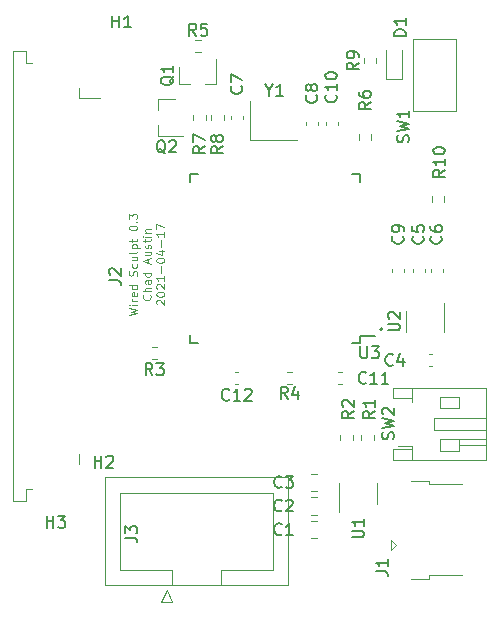
<source format=gbr>
G04 #@! TF.GenerationSoftware,KiCad,Pcbnew,(5.1.8)-1*
G04 #@! TF.CreationDate,2021-04-18T18:01:33-07:00*
G04 #@! TF.ProjectId,wired-sculpt,77697265-642d-4736-9375-6c70742e6b69,rev?*
G04 #@! TF.SameCoordinates,Original*
G04 #@! TF.FileFunction,Legend,Top*
G04 #@! TF.FilePolarity,Positive*
%FSLAX46Y46*%
G04 Gerber Fmt 4.6, Leading zero omitted, Abs format (unit mm)*
G04 Created by KiCad (PCBNEW (5.1.8)-1) date 2021-04-18 18:01:33*
%MOMM*%
%LPD*%
G01*
G04 APERTURE LIST*
%ADD10C,0.200000*%
%ADD11C,0.100000*%
%ADD12C,0.120000*%
%ADD13C,0.150000*%
G04 APERTURE END LIST*
D10*
X153100000Y-58000000D02*
G75*
G03*
X153100000Y-58000000I-100000J0D01*
G01*
D11*
X131643666Y-56820666D02*
X132343666Y-56654000D01*
X131843666Y-56520666D01*
X132343666Y-56387333D01*
X131643666Y-56220666D01*
X132343666Y-55954000D02*
X131877000Y-55954000D01*
X131643666Y-55954000D02*
X131677000Y-55987333D01*
X131710333Y-55954000D01*
X131677000Y-55920666D01*
X131643666Y-55954000D01*
X131710333Y-55954000D01*
X132343666Y-55620666D02*
X131877000Y-55620666D01*
X132010333Y-55620666D02*
X131943666Y-55587333D01*
X131910333Y-55554000D01*
X131877000Y-55487333D01*
X131877000Y-55420666D01*
X132310333Y-54920666D02*
X132343666Y-54987333D01*
X132343666Y-55120666D01*
X132310333Y-55187333D01*
X132243666Y-55220666D01*
X131977000Y-55220666D01*
X131910333Y-55187333D01*
X131877000Y-55120666D01*
X131877000Y-54987333D01*
X131910333Y-54920666D01*
X131977000Y-54887333D01*
X132043666Y-54887333D01*
X132110333Y-55220666D01*
X132343666Y-54287333D02*
X131643666Y-54287333D01*
X132310333Y-54287333D02*
X132343666Y-54354000D01*
X132343666Y-54487333D01*
X132310333Y-54554000D01*
X132277000Y-54587333D01*
X132210333Y-54620666D01*
X132010333Y-54620666D01*
X131943666Y-54587333D01*
X131910333Y-54554000D01*
X131877000Y-54487333D01*
X131877000Y-54354000D01*
X131910333Y-54287333D01*
X132310333Y-53454000D02*
X132343666Y-53354000D01*
X132343666Y-53187333D01*
X132310333Y-53120666D01*
X132277000Y-53087333D01*
X132210333Y-53054000D01*
X132143666Y-53054000D01*
X132077000Y-53087333D01*
X132043666Y-53120666D01*
X132010333Y-53187333D01*
X131977000Y-53320666D01*
X131943666Y-53387333D01*
X131910333Y-53420666D01*
X131843666Y-53454000D01*
X131777000Y-53454000D01*
X131710333Y-53420666D01*
X131677000Y-53387333D01*
X131643666Y-53320666D01*
X131643666Y-53154000D01*
X131677000Y-53054000D01*
X132310333Y-52454000D02*
X132343666Y-52520666D01*
X132343666Y-52654000D01*
X132310333Y-52720666D01*
X132277000Y-52754000D01*
X132210333Y-52787333D01*
X132010333Y-52787333D01*
X131943666Y-52754000D01*
X131910333Y-52720666D01*
X131877000Y-52654000D01*
X131877000Y-52520666D01*
X131910333Y-52454000D01*
X131877000Y-51854000D02*
X132343666Y-51854000D01*
X131877000Y-52154000D02*
X132243666Y-52154000D01*
X132310333Y-52120666D01*
X132343666Y-52054000D01*
X132343666Y-51954000D01*
X132310333Y-51887333D01*
X132277000Y-51854000D01*
X132343666Y-51420666D02*
X132310333Y-51487333D01*
X132243666Y-51520666D01*
X131643666Y-51520666D01*
X131877000Y-51154000D02*
X132577000Y-51154000D01*
X131910333Y-51154000D02*
X131877000Y-51087333D01*
X131877000Y-50954000D01*
X131910333Y-50887333D01*
X131943666Y-50854000D01*
X132010333Y-50820666D01*
X132210333Y-50820666D01*
X132277000Y-50854000D01*
X132310333Y-50887333D01*
X132343666Y-50954000D01*
X132343666Y-51087333D01*
X132310333Y-51154000D01*
X131877000Y-50620666D02*
X131877000Y-50354000D01*
X131643666Y-50520666D02*
X132243666Y-50520666D01*
X132310333Y-50487333D01*
X132343666Y-50420666D01*
X132343666Y-50354000D01*
X131643666Y-49454000D02*
X131643666Y-49387333D01*
X131677000Y-49320666D01*
X131710333Y-49287333D01*
X131777000Y-49254000D01*
X131910333Y-49220666D01*
X132077000Y-49220666D01*
X132210333Y-49254000D01*
X132277000Y-49287333D01*
X132310333Y-49320666D01*
X132343666Y-49387333D01*
X132343666Y-49454000D01*
X132310333Y-49520666D01*
X132277000Y-49554000D01*
X132210333Y-49587333D01*
X132077000Y-49620666D01*
X131910333Y-49620666D01*
X131777000Y-49587333D01*
X131710333Y-49554000D01*
X131677000Y-49520666D01*
X131643666Y-49454000D01*
X132277000Y-48920666D02*
X132310333Y-48887333D01*
X132343666Y-48920666D01*
X132310333Y-48954000D01*
X132277000Y-48920666D01*
X132343666Y-48920666D01*
X131643666Y-48654000D02*
X131643666Y-48220666D01*
X131910333Y-48454000D01*
X131910333Y-48354000D01*
X131943666Y-48287333D01*
X131977000Y-48254000D01*
X132043666Y-48220666D01*
X132210333Y-48220666D01*
X132277000Y-48254000D01*
X132310333Y-48287333D01*
X132343666Y-48354000D01*
X132343666Y-48554000D01*
X132310333Y-48620666D01*
X132277000Y-48654000D01*
X133427000Y-55087333D02*
X133460333Y-55120666D01*
X133493666Y-55220666D01*
X133493666Y-55287333D01*
X133460333Y-55387333D01*
X133393666Y-55454000D01*
X133327000Y-55487333D01*
X133193666Y-55520666D01*
X133093666Y-55520666D01*
X132960333Y-55487333D01*
X132893666Y-55454000D01*
X132827000Y-55387333D01*
X132793666Y-55287333D01*
X132793666Y-55220666D01*
X132827000Y-55120666D01*
X132860333Y-55087333D01*
X133493666Y-54787333D02*
X132793666Y-54787333D01*
X133493666Y-54487333D02*
X133127000Y-54487333D01*
X133060333Y-54520666D01*
X133027000Y-54587333D01*
X133027000Y-54687333D01*
X133060333Y-54754000D01*
X133093666Y-54787333D01*
X133493666Y-53854000D02*
X133127000Y-53854000D01*
X133060333Y-53887333D01*
X133027000Y-53954000D01*
X133027000Y-54087333D01*
X133060333Y-54154000D01*
X133460333Y-53854000D02*
X133493666Y-53920666D01*
X133493666Y-54087333D01*
X133460333Y-54154000D01*
X133393666Y-54187333D01*
X133327000Y-54187333D01*
X133260333Y-54154000D01*
X133227000Y-54087333D01*
X133227000Y-53920666D01*
X133193666Y-53854000D01*
X133493666Y-53220666D02*
X132793666Y-53220666D01*
X133460333Y-53220666D02*
X133493666Y-53287333D01*
X133493666Y-53420666D01*
X133460333Y-53487333D01*
X133427000Y-53520666D01*
X133360333Y-53554000D01*
X133160333Y-53554000D01*
X133093666Y-53520666D01*
X133060333Y-53487333D01*
X133027000Y-53420666D01*
X133027000Y-53287333D01*
X133060333Y-53220666D01*
X133293666Y-52387333D02*
X133293666Y-52054000D01*
X133493666Y-52454000D02*
X132793666Y-52220666D01*
X133493666Y-51987333D01*
X133027000Y-51454000D02*
X133493666Y-51454000D01*
X133027000Y-51754000D02*
X133393666Y-51754000D01*
X133460333Y-51720666D01*
X133493666Y-51654000D01*
X133493666Y-51554000D01*
X133460333Y-51487333D01*
X133427000Y-51454000D01*
X133460333Y-51154000D02*
X133493666Y-51087333D01*
X133493666Y-50954000D01*
X133460333Y-50887333D01*
X133393666Y-50854000D01*
X133360333Y-50854000D01*
X133293666Y-50887333D01*
X133260333Y-50954000D01*
X133260333Y-51054000D01*
X133227000Y-51120666D01*
X133160333Y-51154000D01*
X133127000Y-51154000D01*
X133060333Y-51120666D01*
X133027000Y-51054000D01*
X133027000Y-50954000D01*
X133060333Y-50887333D01*
X133027000Y-50654000D02*
X133027000Y-50387333D01*
X132793666Y-50554000D02*
X133393666Y-50554000D01*
X133460333Y-50520666D01*
X133493666Y-50454000D01*
X133493666Y-50387333D01*
X133493666Y-50154000D02*
X133027000Y-50154000D01*
X132793666Y-50154000D02*
X132827000Y-50187333D01*
X132860333Y-50154000D01*
X132827000Y-50120666D01*
X132793666Y-50154000D01*
X132860333Y-50154000D01*
X133027000Y-49820666D02*
X133493666Y-49820666D01*
X133093666Y-49820666D02*
X133060333Y-49787333D01*
X133027000Y-49720666D01*
X133027000Y-49620666D01*
X133060333Y-49554000D01*
X133127000Y-49520666D01*
X133493666Y-49520666D01*
X134010333Y-55904000D02*
X133977000Y-55870666D01*
X133943666Y-55804000D01*
X133943666Y-55637333D01*
X133977000Y-55570666D01*
X134010333Y-55537333D01*
X134077000Y-55504000D01*
X134143666Y-55504000D01*
X134243666Y-55537333D01*
X134643666Y-55937333D01*
X134643666Y-55504000D01*
X133943666Y-55070666D02*
X133943666Y-55004000D01*
X133977000Y-54937333D01*
X134010333Y-54904000D01*
X134077000Y-54870666D01*
X134210333Y-54837333D01*
X134377000Y-54837333D01*
X134510333Y-54870666D01*
X134577000Y-54904000D01*
X134610333Y-54937333D01*
X134643666Y-55004000D01*
X134643666Y-55070666D01*
X134610333Y-55137333D01*
X134577000Y-55170666D01*
X134510333Y-55204000D01*
X134377000Y-55237333D01*
X134210333Y-55237333D01*
X134077000Y-55204000D01*
X134010333Y-55170666D01*
X133977000Y-55137333D01*
X133943666Y-55070666D01*
X134010333Y-54570666D02*
X133977000Y-54537333D01*
X133943666Y-54470666D01*
X133943666Y-54304000D01*
X133977000Y-54237333D01*
X134010333Y-54204000D01*
X134077000Y-54170666D01*
X134143666Y-54170666D01*
X134243666Y-54204000D01*
X134643666Y-54604000D01*
X134643666Y-54170666D01*
X134643666Y-53504000D02*
X134643666Y-53904000D01*
X134643666Y-53704000D02*
X133943666Y-53704000D01*
X134043666Y-53770666D01*
X134110333Y-53837333D01*
X134143666Y-53904000D01*
X134377000Y-53204000D02*
X134377000Y-52670666D01*
X133943666Y-52204000D02*
X133943666Y-52137333D01*
X133977000Y-52070666D01*
X134010333Y-52037333D01*
X134077000Y-52004000D01*
X134210333Y-51970666D01*
X134377000Y-51970666D01*
X134510333Y-52004000D01*
X134577000Y-52037333D01*
X134610333Y-52070666D01*
X134643666Y-52137333D01*
X134643666Y-52204000D01*
X134610333Y-52270666D01*
X134577000Y-52304000D01*
X134510333Y-52337333D01*
X134377000Y-52370666D01*
X134210333Y-52370666D01*
X134077000Y-52337333D01*
X134010333Y-52304000D01*
X133977000Y-52270666D01*
X133943666Y-52204000D01*
X134177000Y-51370666D02*
X134643666Y-51370666D01*
X133910333Y-51537333D02*
X134410333Y-51704000D01*
X134410333Y-51270666D01*
X134377000Y-51004000D02*
X134377000Y-50470666D01*
X134643666Y-49770666D02*
X134643666Y-50170666D01*
X134643666Y-49970666D02*
X133943666Y-49970666D01*
X134043666Y-50037333D01*
X134110333Y-50104000D01*
X134143666Y-50170666D01*
X133943666Y-49537333D02*
X133943666Y-49070666D01*
X134643666Y-49370666D01*
D12*
G04 #@! TO.C,J3*
X135328000Y-81060000D02*
X134828000Y-80060000D01*
X134328000Y-81060000D02*
X135328000Y-81060000D01*
X134828000Y-80060000D02*
X134328000Y-81060000D01*
X139418000Y-78360000D02*
X139418000Y-79670000D01*
X139418000Y-78360000D02*
X139418000Y-78360000D01*
X143818000Y-78360000D02*
X139418000Y-78360000D01*
X143818000Y-71860000D02*
X143818000Y-78360000D01*
X130918000Y-71860000D02*
X143818000Y-71860000D01*
X130918000Y-78360000D02*
X130918000Y-71860000D01*
X135318000Y-78360000D02*
X130918000Y-78360000D01*
X135318000Y-79670000D02*
X135318000Y-78360000D01*
X145118000Y-79670000D02*
X129618000Y-79670000D01*
X145118000Y-70550000D02*
X145118000Y-79670000D01*
X129618000Y-70550000D02*
X145118000Y-70550000D01*
X129618000Y-79670000D02*
X129618000Y-70550000D01*
G04 #@! TO.C,C8*
X147657000Y-40438420D02*
X147657000Y-40719580D01*
X146637000Y-40438420D02*
X146637000Y-40719580D01*
G04 #@! TO.C,C12*
X140910580Y-62666000D02*
X140629420Y-62666000D01*
X140910580Y-61646000D02*
X140629420Y-61646000D01*
G04 #@! TO.C,R9*
X151544500Y-35494258D02*
X151544500Y-35019742D01*
X152589500Y-35494258D02*
X152589500Y-35019742D01*
G04 #@! TO.C,C3*
X147046748Y-70234000D02*
X147569252Y-70234000D01*
X147046748Y-71704000D02*
X147569252Y-71704000D01*
G04 #@! TO.C,U1*
X152610000Y-72800000D02*
X152610000Y-71000000D01*
X149390000Y-71000000D02*
X149390000Y-73450000D01*
D13*
G04 #@! TO.C,U3*
X151175000Y-59175000D02*
X151175000Y-58600000D01*
X136825000Y-59175000D02*
X136825000Y-58500000D01*
X136825000Y-44825000D02*
X136825000Y-45500000D01*
X151175000Y-44825000D02*
X151175000Y-45500000D01*
X151175000Y-59175000D02*
X150500000Y-59175000D01*
X151175000Y-44825000D02*
X150500000Y-44825000D01*
X136825000Y-44825000D02*
X137500000Y-44825000D01*
X136825000Y-59175000D02*
X137500000Y-59175000D01*
X151175000Y-58600000D02*
X152450000Y-58600000D01*
D12*
G04 #@! TO.C,R1*
X152368500Y-66935742D02*
X152368500Y-67410258D01*
X151323500Y-66935742D02*
X151323500Y-67410258D01*
G04 #@! TO.C,J2*
X127410000Y-68565000D02*
X127410000Y-69390000D01*
X127410000Y-38435000D02*
X129210000Y-38435000D01*
X127410000Y-37610000D02*
X127410000Y-38435000D01*
X122900000Y-35455000D02*
X123440000Y-35455000D01*
X122900000Y-34430000D02*
X122900000Y-35455000D01*
X121790000Y-34430000D02*
X122900000Y-34430000D01*
X121790000Y-72570000D02*
X121790000Y-34430000D01*
X122900000Y-72570000D02*
X121790000Y-72570000D01*
X122900000Y-71545000D02*
X122900000Y-72570000D01*
X123440000Y-71545000D02*
X122900000Y-71545000D01*
G04 #@! TO.C,C7*
X141307000Y-40211580D02*
X141307000Y-39930420D01*
X140287000Y-40211580D02*
X140287000Y-39930420D01*
G04 #@! TO.C,C9*
X154896000Y-52871420D02*
X154896000Y-53152580D01*
X153876000Y-52871420D02*
X153876000Y-53152580D01*
G04 #@! TO.C,D1*
X153382000Y-34344500D02*
X153382000Y-36829500D01*
X153382000Y-36829500D02*
X154752000Y-36829500D01*
X154752000Y-36829500D02*
X154752000Y-34344500D01*
G04 #@! TO.C,J1*
X157050000Y-79110000D02*
X155500000Y-79110000D01*
X157050000Y-79110000D02*
X157050000Y-78810000D01*
X159850000Y-78810000D02*
X157050000Y-78810000D01*
X157050000Y-70810000D02*
X155500000Y-70810000D01*
X157050000Y-71110000D02*
X157050000Y-70810000D01*
X159850000Y-71110000D02*
X157050000Y-71110000D01*
X153800000Y-75860000D02*
X154250000Y-76260000D01*
X153800000Y-76660000D02*
X153800000Y-75860000D01*
X154250000Y-76260000D02*
X153800000Y-76660000D01*
G04 #@! TO.C,R2*
X149545500Y-66935742D02*
X149545500Y-67410258D01*
X150590500Y-66935742D02*
X150590500Y-67410258D01*
G04 #@! TO.C,SW1*
X159310000Y-33440000D02*
X159310000Y-39560000D01*
X159310000Y-39560000D02*
X155690000Y-39560000D01*
X155690000Y-39560000D02*
X155690000Y-33440000D01*
X155690000Y-33440000D02*
X159310000Y-33440000D01*
G04 #@! TO.C,Y1*
X141908500Y-38662000D02*
X141908500Y-41962000D01*
X141908500Y-41962000D02*
X145908500Y-41962000D01*
G04 #@! TO.C,R3*
X134037258Y-59477500D02*
X133562742Y-59477500D01*
X134037258Y-60522500D02*
X133562742Y-60522500D01*
G04 #@! TO.C,R10*
X158322500Y-47212258D02*
X158322500Y-46737742D01*
X157277500Y-47212258D02*
X157277500Y-46737742D01*
G04 #@! TO.C,C1*
X147046748Y-74234000D02*
X147569252Y-74234000D01*
X147046748Y-75704000D02*
X147569252Y-75704000D01*
G04 #@! TO.C,C2*
X147046748Y-73704000D02*
X147569252Y-73704000D01*
X147046748Y-72234000D02*
X147569252Y-72234000D01*
G04 #@! TO.C,R4*
X145479258Y-62678500D02*
X145004742Y-62678500D01*
X145479258Y-61633500D02*
X145004742Y-61633500D01*
G04 #@! TO.C,SW2*
X155640000Y-67860000D02*
X155640000Y-68140000D01*
X155640000Y-68140000D02*
X154040000Y-68140000D01*
X154040000Y-68140000D02*
X154040000Y-69060000D01*
X154040000Y-69060000D02*
X161860000Y-69060000D01*
X161860000Y-69060000D02*
X161860000Y-62940000D01*
X161860000Y-62940000D02*
X154040000Y-62940000D01*
X154040000Y-62940000D02*
X154040000Y-63860000D01*
X154040000Y-63860000D02*
X155640000Y-63860000D01*
X155640000Y-63860000D02*
X155640000Y-64140000D01*
X161860000Y-66500000D02*
X157500000Y-66500000D01*
X157500000Y-66500000D02*
X157500000Y-65500000D01*
X157500000Y-65500000D02*
X161860000Y-65500000D01*
X155640000Y-69060000D02*
X155640000Y-68140000D01*
X155640000Y-62940000D02*
X155640000Y-63860000D01*
X158000000Y-68300000D02*
X159600000Y-68300000D01*
X159600000Y-68300000D02*
X159600000Y-67300000D01*
X159600000Y-67300000D02*
X158000000Y-67300000D01*
X158000000Y-67300000D02*
X158000000Y-68300000D01*
X158000000Y-63700000D02*
X159600000Y-63700000D01*
X159600000Y-63700000D02*
X159600000Y-64700000D01*
X159600000Y-64700000D02*
X158000000Y-64700000D01*
X158000000Y-64700000D02*
X158000000Y-63700000D01*
X159600000Y-67300000D02*
X161860000Y-67300000D01*
X159600000Y-67800000D02*
X161860000Y-67800000D01*
X155640000Y-67860000D02*
X154425000Y-67860000D01*
G04 #@! TO.C,C11*
X149379420Y-62666000D02*
X149660580Y-62666000D01*
X149379420Y-61646000D02*
X149660580Y-61646000D01*
G04 #@! TO.C,C10*
X148288000Y-40719580D02*
X148288000Y-40438420D01*
X149308000Y-40719580D02*
X149308000Y-40438420D01*
G04 #@! TO.C,C4*
X157039420Y-60122000D02*
X157320580Y-60122000D01*
X157039420Y-61142000D02*
X157320580Y-61142000D01*
G04 #@! TO.C,C5*
X156674000Y-53152580D02*
X156674000Y-52871420D01*
X155654000Y-53152580D02*
X155654000Y-52871420D01*
G04 #@! TO.C,C6*
X157178000Y-53152580D02*
X157178000Y-52871420D01*
X158198000Y-53152580D02*
X158198000Y-52871420D01*
G04 #@! TO.C,U2*
X155062000Y-56430000D02*
X155062000Y-58230000D01*
X158282000Y-58230000D02*
X158282000Y-55780000D01*
G04 #@! TO.C,Q1*
X135854000Y-37246000D02*
X136784000Y-37246000D01*
X139014000Y-37246000D02*
X138084000Y-37246000D01*
X139014000Y-37246000D02*
X139014000Y-35086000D01*
X135854000Y-37246000D02*
X135854000Y-35786000D01*
G04 #@! TO.C,Q2*
X134068000Y-38478000D02*
X135528000Y-38478000D01*
X134068000Y-41638000D02*
X136228000Y-41638000D01*
X134068000Y-41638000D02*
X134068000Y-40708000D01*
X134068000Y-38478000D02*
X134068000Y-39408000D01*
G04 #@! TO.C,R5*
X137732758Y-33503000D02*
X137258242Y-33503000D01*
X137732758Y-34548000D02*
X137258242Y-34548000D01*
G04 #@! TO.C,R6*
X152178000Y-41471242D02*
X152178000Y-41945758D01*
X151133000Y-41471242D02*
X151133000Y-41945758D01*
G04 #@! TO.C,R7*
X138144500Y-40295258D02*
X138144500Y-39820742D01*
X137099500Y-40295258D02*
X137099500Y-39820742D01*
G04 #@! TO.C,R8*
X138623500Y-40295258D02*
X138623500Y-39820742D01*
X139668500Y-40295258D02*
X139668500Y-39820742D01*
G04 #@! TO.C,J3*
D13*
X131330380Y-75663333D02*
X132044666Y-75663333D01*
X132187523Y-75710952D01*
X132282761Y-75806190D01*
X132330380Y-75949047D01*
X132330380Y-76044285D01*
X131330380Y-75282380D02*
X131330380Y-74663333D01*
X131711333Y-74996666D01*
X131711333Y-74853809D01*
X131758952Y-74758571D01*
X131806571Y-74710952D01*
X131901809Y-74663333D01*
X132139904Y-74663333D01*
X132235142Y-74710952D01*
X132282761Y-74758571D01*
X132330380Y-74853809D01*
X132330380Y-75139523D01*
X132282761Y-75234761D01*
X132235142Y-75282380D01*
G04 #@! TO.C,C8*
X147504142Y-38192666D02*
X147551761Y-38240285D01*
X147599380Y-38383142D01*
X147599380Y-38478380D01*
X147551761Y-38621238D01*
X147456523Y-38716476D01*
X147361285Y-38764095D01*
X147170809Y-38811714D01*
X147027952Y-38811714D01*
X146837476Y-38764095D01*
X146742238Y-38716476D01*
X146647000Y-38621238D01*
X146599380Y-38478380D01*
X146599380Y-38383142D01*
X146647000Y-38240285D01*
X146694619Y-38192666D01*
X147027952Y-37621238D02*
X146980333Y-37716476D01*
X146932714Y-37764095D01*
X146837476Y-37811714D01*
X146789857Y-37811714D01*
X146694619Y-37764095D01*
X146647000Y-37716476D01*
X146599380Y-37621238D01*
X146599380Y-37430761D01*
X146647000Y-37335523D01*
X146694619Y-37287904D01*
X146789857Y-37240285D01*
X146837476Y-37240285D01*
X146932714Y-37287904D01*
X146980333Y-37335523D01*
X147027952Y-37430761D01*
X147027952Y-37621238D01*
X147075571Y-37716476D01*
X147123190Y-37764095D01*
X147218428Y-37811714D01*
X147408904Y-37811714D01*
X147504142Y-37764095D01*
X147551761Y-37716476D01*
X147599380Y-37621238D01*
X147599380Y-37430761D01*
X147551761Y-37335523D01*
X147504142Y-37287904D01*
X147408904Y-37240285D01*
X147218428Y-37240285D01*
X147123190Y-37287904D01*
X147075571Y-37335523D01*
X147027952Y-37430761D01*
G04 #@! TO.C,C12*
X140127142Y-63943142D02*
X140079523Y-63990761D01*
X139936666Y-64038380D01*
X139841428Y-64038380D01*
X139698571Y-63990761D01*
X139603333Y-63895523D01*
X139555714Y-63800285D01*
X139508095Y-63609809D01*
X139508095Y-63466952D01*
X139555714Y-63276476D01*
X139603333Y-63181238D01*
X139698571Y-63086000D01*
X139841428Y-63038380D01*
X139936666Y-63038380D01*
X140079523Y-63086000D01*
X140127142Y-63133619D01*
X141079523Y-64038380D02*
X140508095Y-64038380D01*
X140793809Y-64038380D02*
X140793809Y-63038380D01*
X140698571Y-63181238D01*
X140603333Y-63276476D01*
X140508095Y-63324095D01*
X141460476Y-63133619D02*
X141508095Y-63086000D01*
X141603333Y-63038380D01*
X141841428Y-63038380D01*
X141936666Y-63086000D01*
X141984285Y-63133619D01*
X142031904Y-63228857D01*
X142031904Y-63324095D01*
X141984285Y-63466952D01*
X141412857Y-64038380D01*
X142031904Y-64038380D01*
G04 #@! TO.C,R9*
X151089380Y-35423666D02*
X150613190Y-35757000D01*
X151089380Y-35995095D02*
X150089380Y-35995095D01*
X150089380Y-35614142D01*
X150137000Y-35518904D01*
X150184619Y-35471285D01*
X150279857Y-35423666D01*
X150422714Y-35423666D01*
X150517952Y-35471285D01*
X150565571Y-35518904D01*
X150613190Y-35614142D01*
X150613190Y-35995095D01*
X151089380Y-34947476D02*
X151089380Y-34757000D01*
X151041761Y-34661761D01*
X150994142Y-34614142D01*
X150851285Y-34518904D01*
X150660809Y-34471285D01*
X150279857Y-34471285D01*
X150184619Y-34518904D01*
X150137000Y-34566523D01*
X150089380Y-34661761D01*
X150089380Y-34852238D01*
X150137000Y-34947476D01*
X150184619Y-34995095D01*
X150279857Y-35042714D01*
X150517952Y-35042714D01*
X150613190Y-34995095D01*
X150660809Y-34947476D01*
X150708428Y-34852238D01*
X150708428Y-34661761D01*
X150660809Y-34566523D01*
X150613190Y-34518904D01*
X150517952Y-34471285D01*
G04 #@! TO.C,C3*
X144567333Y-71326142D02*
X144519714Y-71373761D01*
X144376857Y-71421380D01*
X144281619Y-71421380D01*
X144138761Y-71373761D01*
X144043523Y-71278523D01*
X143995904Y-71183285D01*
X143948285Y-70992809D01*
X143948285Y-70849952D01*
X143995904Y-70659476D01*
X144043523Y-70564238D01*
X144138761Y-70469000D01*
X144281619Y-70421380D01*
X144376857Y-70421380D01*
X144519714Y-70469000D01*
X144567333Y-70516619D01*
X144900666Y-70421380D02*
X145519714Y-70421380D01*
X145186380Y-70802333D01*
X145329238Y-70802333D01*
X145424476Y-70849952D01*
X145472095Y-70897571D01*
X145519714Y-70992809D01*
X145519714Y-71230904D01*
X145472095Y-71326142D01*
X145424476Y-71373761D01*
X145329238Y-71421380D01*
X145043523Y-71421380D01*
X144948285Y-71373761D01*
X144900666Y-71326142D01*
G04 #@! TO.C,U1*
X150536380Y-75617904D02*
X151345904Y-75617904D01*
X151441142Y-75570285D01*
X151488761Y-75522666D01*
X151536380Y-75427428D01*
X151536380Y-75236952D01*
X151488761Y-75141714D01*
X151441142Y-75094095D01*
X151345904Y-75046476D01*
X150536380Y-75046476D01*
X151536380Y-74046476D02*
X151536380Y-74617904D01*
X151536380Y-74332190D02*
X150536380Y-74332190D01*
X150679238Y-74427428D01*
X150774476Y-74522666D01*
X150822095Y-74617904D01*
G04 #@! TO.C,U3*
X151238095Y-59452380D02*
X151238095Y-60261904D01*
X151285714Y-60357142D01*
X151333333Y-60404761D01*
X151428571Y-60452380D01*
X151619047Y-60452380D01*
X151714285Y-60404761D01*
X151761904Y-60357142D01*
X151809523Y-60261904D01*
X151809523Y-59452380D01*
X152190476Y-59452380D02*
X152809523Y-59452380D01*
X152476190Y-59833333D01*
X152619047Y-59833333D01*
X152714285Y-59880952D01*
X152761904Y-59928571D01*
X152809523Y-60023809D01*
X152809523Y-60261904D01*
X152761904Y-60357142D01*
X152714285Y-60404761D01*
X152619047Y-60452380D01*
X152333333Y-60452380D01*
X152238095Y-60404761D01*
X152190476Y-60357142D01*
G04 #@! TO.C,R1*
X152468380Y-64934666D02*
X151992190Y-65268000D01*
X152468380Y-65506095D02*
X151468380Y-65506095D01*
X151468380Y-65125142D01*
X151516000Y-65029904D01*
X151563619Y-64982285D01*
X151658857Y-64934666D01*
X151801714Y-64934666D01*
X151896952Y-64982285D01*
X151944571Y-65029904D01*
X151992190Y-65125142D01*
X151992190Y-65506095D01*
X152468380Y-63982285D02*
X152468380Y-64553714D01*
X152468380Y-64268000D02*
X151468380Y-64268000D01*
X151611238Y-64363238D01*
X151706476Y-64458476D01*
X151754095Y-64553714D01*
G04 #@! TO.C,J2*
X129952380Y-53833333D02*
X130666666Y-53833333D01*
X130809523Y-53880952D01*
X130904761Y-53976190D01*
X130952380Y-54119047D01*
X130952380Y-54214285D01*
X130047619Y-53404761D02*
X130000000Y-53357142D01*
X129952380Y-53261904D01*
X129952380Y-53023809D01*
X130000000Y-52928571D01*
X130047619Y-52880952D01*
X130142857Y-52833333D01*
X130238095Y-52833333D01*
X130380952Y-52880952D01*
X130952380Y-53452380D01*
X130952380Y-52833333D01*
G04 #@! TO.C,C7*
X141154142Y-37430666D02*
X141201761Y-37478285D01*
X141249380Y-37621142D01*
X141249380Y-37716380D01*
X141201761Y-37859238D01*
X141106523Y-37954476D01*
X141011285Y-38002095D01*
X140820809Y-38049714D01*
X140677952Y-38049714D01*
X140487476Y-38002095D01*
X140392238Y-37954476D01*
X140297000Y-37859238D01*
X140249380Y-37716380D01*
X140249380Y-37621142D01*
X140297000Y-37478285D01*
X140344619Y-37430666D01*
X140249380Y-37097333D02*
X140249380Y-36430666D01*
X141249380Y-36859238D01*
G04 #@! TO.C,C9*
X154806642Y-50130666D02*
X154854261Y-50178285D01*
X154901880Y-50321142D01*
X154901880Y-50416380D01*
X154854261Y-50559238D01*
X154759023Y-50654476D01*
X154663785Y-50702095D01*
X154473309Y-50749714D01*
X154330452Y-50749714D01*
X154139976Y-50702095D01*
X154044738Y-50654476D01*
X153949500Y-50559238D01*
X153901880Y-50416380D01*
X153901880Y-50321142D01*
X153949500Y-50178285D01*
X153997119Y-50130666D01*
X154901880Y-49654476D02*
X154901880Y-49464000D01*
X154854261Y-49368761D01*
X154806642Y-49321142D01*
X154663785Y-49225904D01*
X154473309Y-49178285D01*
X154092357Y-49178285D01*
X153997119Y-49225904D01*
X153949500Y-49273523D01*
X153901880Y-49368761D01*
X153901880Y-49559238D01*
X153949500Y-49654476D01*
X153997119Y-49702095D01*
X154092357Y-49749714D01*
X154330452Y-49749714D01*
X154425690Y-49702095D01*
X154473309Y-49654476D01*
X154520928Y-49559238D01*
X154520928Y-49368761D01*
X154473309Y-49273523D01*
X154425690Y-49225904D01*
X154330452Y-49178285D01*
G04 #@! TO.C,D1*
X155092380Y-33176095D02*
X154092380Y-33176095D01*
X154092380Y-32938000D01*
X154140000Y-32795142D01*
X154235238Y-32699904D01*
X154330476Y-32652285D01*
X154520952Y-32604666D01*
X154663809Y-32604666D01*
X154854285Y-32652285D01*
X154949523Y-32699904D01*
X155044761Y-32795142D01*
X155092380Y-32938000D01*
X155092380Y-33176095D01*
X155092380Y-31652285D02*
X155092380Y-32223714D01*
X155092380Y-31938000D02*
X154092380Y-31938000D01*
X154235238Y-32033238D01*
X154330476Y-32128476D01*
X154378095Y-32223714D01*
G04 #@! TO.C,J1*
X152568380Y-78491333D02*
X153282666Y-78491333D01*
X153425523Y-78538952D01*
X153520761Y-78634190D01*
X153568380Y-78777047D01*
X153568380Y-78872285D01*
X153568380Y-77491333D02*
X153568380Y-78062761D01*
X153568380Y-77777047D02*
X152568380Y-77777047D01*
X152711238Y-77872285D01*
X152806476Y-77967523D01*
X152854095Y-78062761D01*
G04 #@! TO.C,R2*
X150680380Y-64924666D02*
X150204190Y-65258000D01*
X150680380Y-65496095D02*
X149680380Y-65496095D01*
X149680380Y-65115142D01*
X149728000Y-65019904D01*
X149775619Y-64972285D01*
X149870857Y-64924666D01*
X150013714Y-64924666D01*
X150108952Y-64972285D01*
X150156571Y-65019904D01*
X150204190Y-65115142D01*
X150204190Y-65496095D01*
X149775619Y-64543714D02*
X149728000Y-64496095D01*
X149680380Y-64400857D01*
X149680380Y-64162761D01*
X149728000Y-64067523D01*
X149775619Y-64019904D01*
X149870857Y-63972285D01*
X149966095Y-63972285D01*
X150108952Y-64019904D01*
X150680380Y-64591333D01*
X150680380Y-63972285D01*
G04 #@! TO.C,SW1*
X155298761Y-42153333D02*
X155346380Y-42010476D01*
X155346380Y-41772380D01*
X155298761Y-41677142D01*
X155251142Y-41629523D01*
X155155904Y-41581904D01*
X155060666Y-41581904D01*
X154965428Y-41629523D01*
X154917809Y-41677142D01*
X154870190Y-41772380D01*
X154822571Y-41962857D01*
X154774952Y-42058095D01*
X154727333Y-42105714D01*
X154632095Y-42153333D01*
X154536857Y-42153333D01*
X154441619Y-42105714D01*
X154394000Y-42058095D01*
X154346380Y-41962857D01*
X154346380Y-41724761D01*
X154394000Y-41581904D01*
X154346380Y-41248571D02*
X155346380Y-41010476D01*
X154632095Y-40820000D01*
X155346380Y-40629523D01*
X154346380Y-40391428D01*
X155346380Y-39486666D02*
X155346380Y-40058095D01*
X155346380Y-39772380D02*
X154346380Y-39772380D01*
X154489238Y-39867619D01*
X154584476Y-39962857D01*
X154632095Y-40058095D01*
G04 #@! TO.C,Y1*
X143495809Y-37748190D02*
X143495809Y-38224380D01*
X143162476Y-37224380D02*
X143495809Y-37748190D01*
X143829142Y-37224380D01*
X144686285Y-38224380D02*
X144114857Y-38224380D01*
X144400571Y-38224380D02*
X144400571Y-37224380D01*
X144305333Y-37367238D01*
X144210095Y-37462476D01*
X144114857Y-37510095D01*
G04 #@! TO.C,R3*
X133633333Y-61882380D02*
X133300000Y-61406190D01*
X133061904Y-61882380D02*
X133061904Y-60882380D01*
X133442857Y-60882380D01*
X133538095Y-60930000D01*
X133585714Y-60977619D01*
X133633333Y-61072857D01*
X133633333Y-61215714D01*
X133585714Y-61310952D01*
X133538095Y-61358571D01*
X133442857Y-61406190D01*
X133061904Y-61406190D01*
X133966666Y-60882380D02*
X134585714Y-60882380D01*
X134252380Y-61263333D01*
X134395238Y-61263333D01*
X134490476Y-61310952D01*
X134538095Y-61358571D01*
X134585714Y-61453809D01*
X134585714Y-61691904D01*
X134538095Y-61787142D01*
X134490476Y-61834761D01*
X134395238Y-61882380D01*
X134109523Y-61882380D01*
X134014285Y-61834761D01*
X133966666Y-61787142D01*
G04 #@! TO.C,H1*
X130238095Y-32452380D02*
X130238095Y-31452380D01*
X130238095Y-31928571D02*
X130809523Y-31928571D01*
X130809523Y-32452380D02*
X130809523Y-31452380D01*
X131809523Y-32452380D02*
X131238095Y-32452380D01*
X131523809Y-32452380D02*
X131523809Y-31452380D01*
X131428571Y-31595238D01*
X131333333Y-31690476D01*
X131238095Y-31738095D01*
G04 #@! TO.C,H2*
X128732095Y-69720380D02*
X128732095Y-68720380D01*
X128732095Y-69196571D02*
X129303523Y-69196571D01*
X129303523Y-69720380D02*
X129303523Y-68720380D01*
X129732095Y-68815619D02*
X129779714Y-68768000D01*
X129874952Y-68720380D01*
X130113047Y-68720380D01*
X130208285Y-68768000D01*
X130255904Y-68815619D01*
X130303523Y-68910857D01*
X130303523Y-69006095D01*
X130255904Y-69148952D01*
X129684476Y-69720380D01*
X130303523Y-69720380D01*
G04 #@! TO.C,R10*
X158394380Y-44510857D02*
X157918190Y-44844190D01*
X158394380Y-45082285D02*
X157394380Y-45082285D01*
X157394380Y-44701333D01*
X157442000Y-44606095D01*
X157489619Y-44558476D01*
X157584857Y-44510857D01*
X157727714Y-44510857D01*
X157822952Y-44558476D01*
X157870571Y-44606095D01*
X157918190Y-44701333D01*
X157918190Y-45082285D01*
X158394380Y-43558476D02*
X158394380Y-44129904D01*
X158394380Y-43844190D02*
X157394380Y-43844190D01*
X157537238Y-43939428D01*
X157632476Y-44034666D01*
X157680095Y-44129904D01*
X157394380Y-42939428D02*
X157394380Y-42844190D01*
X157442000Y-42748952D01*
X157489619Y-42701333D01*
X157584857Y-42653714D01*
X157775333Y-42606095D01*
X158013428Y-42606095D01*
X158203904Y-42653714D01*
X158299142Y-42701333D01*
X158346761Y-42748952D01*
X158394380Y-42844190D01*
X158394380Y-42939428D01*
X158346761Y-43034666D01*
X158299142Y-43082285D01*
X158203904Y-43129904D01*
X158013428Y-43177523D01*
X157775333Y-43177523D01*
X157584857Y-43129904D01*
X157489619Y-43082285D01*
X157442000Y-43034666D01*
X157394380Y-42939428D01*
G04 #@! TO.C,H3*
X124668095Y-74800380D02*
X124668095Y-73800380D01*
X124668095Y-74276571D02*
X125239523Y-74276571D01*
X125239523Y-74800380D02*
X125239523Y-73800380D01*
X125620476Y-73800380D02*
X126239523Y-73800380D01*
X125906190Y-74181333D01*
X126049047Y-74181333D01*
X126144285Y-74228952D01*
X126191904Y-74276571D01*
X126239523Y-74371809D01*
X126239523Y-74609904D01*
X126191904Y-74705142D01*
X126144285Y-74752761D01*
X126049047Y-74800380D01*
X125763333Y-74800380D01*
X125668095Y-74752761D01*
X125620476Y-74705142D01*
G04 #@! TO.C,C1*
X144567333Y-75340142D02*
X144519714Y-75387761D01*
X144376857Y-75435380D01*
X144281619Y-75435380D01*
X144138761Y-75387761D01*
X144043523Y-75292523D01*
X143995904Y-75197285D01*
X143948285Y-75006809D01*
X143948285Y-74863952D01*
X143995904Y-74673476D01*
X144043523Y-74578238D01*
X144138761Y-74483000D01*
X144281619Y-74435380D01*
X144376857Y-74435380D01*
X144519714Y-74483000D01*
X144567333Y-74530619D01*
X145519714Y-75435380D02*
X144948285Y-75435380D01*
X145234000Y-75435380D02*
X145234000Y-74435380D01*
X145138761Y-74578238D01*
X145043523Y-74673476D01*
X144948285Y-74721095D01*
G04 #@! TO.C,C2*
X144567333Y-73326142D02*
X144519714Y-73373761D01*
X144376857Y-73421380D01*
X144281619Y-73421380D01*
X144138761Y-73373761D01*
X144043523Y-73278523D01*
X143995904Y-73183285D01*
X143948285Y-72992809D01*
X143948285Y-72849952D01*
X143995904Y-72659476D01*
X144043523Y-72564238D01*
X144138761Y-72469000D01*
X144281619Y-72421380D01*
X144376857Y-72421380D01*
X144519714Y-72469000D01*
X144567333Y-72516619D01*
X144948285Y-72516619D02*
X144995904Y-72469000D01*
X145091142Y-72421380D01*
X145329238Y-72421380D01*
X145424476Y-72469000D01*
X145472095Y-72516619D01*
X145519714Y-72611857D01*
X145519714Y-72707095D01*
X145472095Y-72849952D01*
X144900666Y-73421380D01*
X145519714Y-73421380D01*
G04 #@! TO.C,R4*
X145075333Y-63878380D02*
X144742000Y-63402190D01*
X144503904Y-63878380D02*
X144503904Y-62878380D01*
X144884857Y-62878380D01*
X144980095Y-62926000D01*
X145027714Y-62973619D01*
X145075333Y-63068857D01*
X145075333Y-63211714D01*
X145027714Y-63306952D01*
X144980095Y-63354571D01*
X144884857Y-63402190D01*
X144503904Y-63402190D01*
X145932476Y-63211714D02*
X145932476Y-63878380D01*
X145694380Y-62830761D02*
X145456285Y-63545047D01*
X146075333Y-63545047D01*
G04 #@! TO.C,SW2*
X154028761Y-67299333D02*
X154076380Y-67156476D01*
X154076380Y-66918380D01*
X154028761Y-66823142D01*
X153981142Y-66775523D01*
X153885904Y-66727904D01*
X153790666Y-66727904D01*
X153695428Y-66775523D01*
X153647809Y-66823142D01*
X153600190Y-66918380D01*
X153552571Y-67108857D01*
X153504952Y-67204095D01*
X153457333Y-67251714D01*
X153362095Y-67299333D01*
X153266857Y-67299333D01*
X153171619Y-67251714D01*
X153124000Y-67204095D01*
X153076380Y-67108857D01*
X153076380Y-66870761D01*
X153124000Y-66727904D01*
X153076380Y-66394571D02*
X154076380Y-66156476D01*
X153362095Y-65966000D01*
X154076380Y-65775523D01*
X153076380Y-65537428D01*
X153171619Y-65204095D02*
X153124000Y-65156476D01*
X153076380Y-65061238D01*
X153076380Y-64823142D01*
X153124000Y-64727904D01*
X153171619Y-64680285D01*
X153266857Y-64632666D01*
X153362095Y-64632666D01*
X153504952Y-64680285D01*
X154076380Y-65251714D01*
X154076380Y-64632666D01*
G04 #@! TO.C,C11*
X151711142Y-62513142D02*
X151663523Y-62560761D01*
X151520666Y-62608380D01*
X151425428Y-62608380D01*
X151282571Y-62560761D01*
X151187333Y-62465523D01*
X151139714Y-62370285D01*
X151092095Y-62179809D01*
X151092095Y-62036952D01*
X151139714Y-61846476D01*
X151187333Y-61751238D01*
X151282571Y-61656000D01*
X151425428Y-61608380D01*
X151520666Y-61608380D01*
X151663523Y-61656000D01*
X151711142Y-61703619D01*
X152663523Y-62608380D02*
X152092095Y-62608380D01*
X152377809Y-62608380D02*
X152377809Y-61608380D01*
X152282571Y-61751238D01*
X152187333Y-61846476D01*
X152092095Y-61894095D01*
X153615904Y-62608380D02*
X153044476Y-62608380D01*
X153330190Y-62608380D02*
X153330190Y-61608380D01*
X153234952Y-61751238D01*
X153139714Y-61846476D01*
X153044476Y-61894095D01*
G04 #@! TO.C,C10*
X149155142Y-38160857D02*
X149202761Y-38208476D01*
X149250380Y-38351333D01*
X149250380Y-38446571D01*
X149202761Y-38589428D01*
X149107523Y-38684666D01*
X149012285Y-38732285D01*
X148821809Y-38779904D01*
X148678952Y-38779904D01*
X148488476Y-38732285D01*
X148393238Y-38684666D01*
X148298000Y-38589428D01*
X148250380Y-38446571D01*
X148250380Y-38351333D01*
X148298000Y-38208476D01*
X148345619Y-38160857D01*
X149250380Y-37208476D02*
X149250380Y-37779904D01*
X149250380Y-37494190D02*
X148250380Y-37494190D01*
X148393238Y-37589428D01*
X148488476Y-37684666D01*
X148536095Y-37779904D01*
X148250380Y-36589428D02*
X148250380Y-36494190D01*
X148298000Y-36398952D01*
X148345619Y-36351333D01*
X148440857Y-36303714D01*
X148631333Y-36256095D01*
X148869428Y-36256095D01*
X149059904Y-36303714D01*
X149155142Y-36351333D01*
X149202761Y-36398952D01*
X149250380Y-36494190D01*
X149250380Y-36589428D01*
X149202761Y-36684666D01*
X149155142Y-36732285D01*
X149059904Y-36779904D01*
X148869428Y-36827523D01*
X148631333Y-36827523D01*
X148440857Y-36779904D01*
X148345619Y-36732285D01*
X148298000Y-36684666D01*
X148250380Y-36589428D01*
G04 #@! TO.C,C4*
X153978333Y-60989142D02*
X153930714Y-61036761D01*
X153787857Y-61084380D01*
X153692619Y-61084380D01*
X153549761Y-61036761D01*
X153454523Y-60941523D01*
X153406904Y-60846285D01*
X153359285Y-60655809D01*
X153359285Y-60512952D01*
X153406904Y-60322476D01*
X153454523Y-60227238D01*
X153549761Y-60132000D01*
X153692619Y-60084380D01*
X153787857Y-60084380D01*
X153930714Y-60132000D01*
X153978333Y-60179619D01*
X154835476Y-60417714D02*
X154835476Y-61084380D01*
X154597380Y-60036761D02*
X154359285Y-60751047D01*
X154978333Y-60751047D01*
G04 #@! TO.C,C5*
X156521142Y-50130666D02*
X156568761Y-50178285D01*
X156616380Y-50321142D01*
X156616380Y-50416380D01*
X156568761Y-50559238D01*
X156473523Y-50654476D01*
X156378285Y-50702095D01*
X156187809Y-50749714D01*
X156044952Y-50749714D01*
X155854476Y-50702095D01*
X155759238Y-50654476D01*
X155664000Y-50559238D01*
X155616380Y-50416380D01*
X155616380Y-50321142D01*
X155664000Y-50178285D01*
X155711619Y-50130666D01*
X155616380Y-49225904D02*
X155616380Y-49702095D01*
X156092571Y-49749714D01*
X156044952Y-49702095D01*
X155997333Y-49606857D01*
X155997333Y-49368761D01*
X156044952Y-49273523D01*
X156092571Y-49225904D01*
X156187809Y-49178285D01*
X156425904Y-49178285D01*
X156521142Y-49225904D01*
X156568761Y-49273523D01*
X156616380Y-49368761D01*
X156616380Y-49606857D01*
X156568761Y-49702095D01*
X156521142Y-49749714D01*
G04 #@! TO.C,C6*
X158045142Y-50130666D02*
X158092761Y-50178285D01*
X158140380Y-50321142D01*
X158140380Y-50416380D01*
X158092761Y-50559238D01*
X157997523Y-50654476D01*
X157902285Y-50702095D01*
X157711809Y-50749714D01*
X157568952Y-50749714D01*
X157378476Y-50702095D01*
X157283238Y-50654476D01*
X157188000Y-50559238D01*
X157140380Y-50416380D01*
X157140380Y-50321142D01*
X157188000Y-50178285D01*
X157235619Y-50130666D01*
X157140380Y-49273523D02*
X157140380Y-49464000D01*
X157188000Y-49559238D01*
X157235619Y-49606857D01*
X157378476Y-49702095D01*
X157568952Y-49749714D01*
X157949904Y-49749714D01*
X158045142Y-49702095D01*
X158092761Y-49654476D01*
X158140380Y-49559238D01*
X158140380Y-49368761D01*
X158092761Y-49273523D01*
X158045142Y-49225904D01*
X157949904Y-49178285D01*
X157711809Y-49178285D01*
X157616571Y-49225904D01*
X157568952Y-49273523D01*
X157521333Y-49368761D01*
X157521333Y-49559238D01*
X157568952Y-49654476D01*
X157616571Y-49702095D01*
X157711809Y-49749714D01*
G04 #@! TO.C,U2*
X153584380Y-58091904D02*
X154393904Y-58091904D01*
X154489142Y-58044285D01*
X154536761Y-57996666D01*
X154584380Y-57901428D01*
X154584380Y-57710952D01*
X154536761Y-57615714D01*
X154489142Y-57568095D01*
X154393904Y-57520476D01*
X153584380Y-57520476D01*
X153679619Y-57091904D02*
X153632000Y-57044285D01*
X153584380Y-56949047D01*
X153584380Y-56710952D01*
X153632000Y-56615714D01*
X153679619Y-56568095D01*
X153774857Y-56520476D01*
X153870095Y-56520476D01*
X154012952Y-56568095D01*
X154584380Y-57139523D01*
X154584380Y-56520476D01*
G04 #@! TO.C,Q1*
X135441619Y-36581238D02*
X135394000Y-36676476D01*
X135298761Y-36771714D01*
X135155904Y-36914571D01*
X135108285Y-37009809D01*
X135108285Y-37105047D01*
X135346380Y-37057428D02*
X135298761Y-37152666D01*
X135203523Y-37247904D01*
X135013047Y-37295523D01*
X134679714Y-37295523D01*
X134489238Y-37247904D01*
X134394000Y-37152666D01*
X134346380Y-37057428D01*
X134346380Y-36866952D01*
X134394000Y-36771714D01*
X134489238Y-36676476D01*
X134679714Y-36628857D01*
X135013047Y-36628857D01*
X135203523Y-36676476D01*
X135298761Y-36771714D01*
X135346380Y-36866952D01*
X135346380Y-37057428D01*
X135346380Y-35676476D02*
X135346380Y-36247904D01*
X135346380Y-35962190D02*
X134346380Y-35962190D01*
X134489238Y-36057428D01*
X134584476Y-36152666D01*
X134632095Y-36247904D01*
G04 #@! TO.C,Q2*
X134732761Y-43105619D02*
X134637523Y-43058000D01*
X134542285Y-42962761D01*
X134399428Y-42819904D01*
X134304190Y-42772285D01*
X134208952Y-42772285D01*
X134256571Y-43010380D02*
X134161333Y-42962761D01*
X134066095Y-42867523D01*
X134018476Y-42677047D01*
X134018476Y-42343714D01*
X134066095Y-42153238D01*
X134161333Y-42058000D01*
X134256571Y-42010380D01*
X134447047Y-42010380D01*
X134542285Y-42058000D01*
X134637523Y-42153238D01*
X134685142Y-42343714D01*
X134685142Y-42677047D01*
X134637523Y-42867523D01*
X134542285Y-42962761D01*
X134447047Y-43010380D01*
X134256571Y-43010380D01*
X135066095Y-42105619D02*
X135113714Y-42058000D01*
X135208952Y-42010380D01*
X135447047Y-42010380D01*
X135542285Y-42058000D01*
X135589904Y-42105619D01*
X135637523Y-42200857D01*
X135637523Y-42296095D01*
X135589904Y-42438952D01*
X135018476Y-43010380D01*
X135637523Y-43010380D01*
G04 #@! TO.C,R5*
X137328333Y-33144380D02*
X136995000Y-32668190D01*
X136756904Y-33144380D02*
X136756904Y-32144380D01*
X137137857Y-32144380D01*
X137233095Y-32192000D01*
X137280714Y-32239619D01*
X137328333Y-32334857D01*
X137328333Y-32477714D01*
X137280714Y-32572952D01*
X137233095Y-32620571D01*
X137137857Y-32668190D01*
X136756904Y-32668190D01*
X138233095Y-32144380D02*
X137756904Y-32144380D01*
X137709285Y-32620571D01*
X137756904Y-32572952D01*
X137852142Y-32525333D01*
X138090238Y-32525333D01*
X138185476Y-32572952D01*
X138233095Y-32620571D01*
X138280714Y-32715809D01*
X138280714Y-32953904D01*
X138233095Y-33049142D01*
X138185476Y-33096761D01*
X138090238Y-33144380D01*
X137852142Y-33144380D01*
X137756904Y-33096761D01*
X137709285Y-33049142D01*
G04 #@! TO.C,R6*
X152107880Y-38764166D02*
X151631690Y-39097500D01*
X152107880Y-39335595D02*
X151107880Y-39335595D01*
X151107880Y-38954642D01*
X151155500Y-38859404D01*
X151203119Y-38811785D01*
X151298357Y-38764166D01*
X151441214Y-38764166D01*
X151536452Y-38811785D01*
X151584071Y-38859404D01*
X151631690Y-38954642D01*
X151631690Y-39335595D01*
X151107880Y-37907023D02*
X151107880Y-38097500D01*
X151155500Y-38192738D01*
X151203119Y-38240357D01*
X151345976Y-38335595D01*
X151536452Y-38383214D01*
X151917404Y-38383214D01*
X152012642Y-38335595D01*
X152060261Y-38287976D01*
X152107880Y-38192738D01*
X152107880Y-38002261D01*
X152060261Y-37907023D01*
X152012642Y-37859404D01*
X151917404Y-37811785D01*
X151679309Y-37811785D01*
X151584071Y-37859404D01*
X151536452Y-37907023D01*
X151488833Y-38002261D01*
X151488833Y-38192738D01*
X151536452Y-38287976D01*
X151584071Y-38335595D01*
X151679309Y-38383214D01*
G04 #@! TO.C,R7*
X138074380Y-42510666D02*
X137598190Y-42844000D01*
X138074380Y-43082095D02*
X137074380Y-43082095D01*
X137074380Y-42701142D01*
X137122000Y-42605904D01*
X137169619Y-42558285D01*
X137264857Y-42510666D01*
X137407714Y-42510666D01*
X137502952Y-42558285D01*
X137550571Y-42605904D01*
X137598190Y-42701142D01*
X137598190Y-43082095D01*
X137074380Y-42177333D02*
X137074380Y-41510666D01*
X138074380Y-41939238D01*
G04 #@! TO.C,R8*
X139598380Y-42510666D02*
X139122190Y-42844000D01*
X139598380Y-43082095D02*
X138598380Y-43082095D01*
X138598380Y-42701142D01*
X138646000Y-42605904D01*
X138693619Y-42558285D01*
X138788857Y-42510666D01*
X138931714Y-42510666D01*
X139026952Y-42558285D01*
X139074571Y-42605904D01*
X139122190Y-42701142D01*
X139122190Y-43082095D01*
X139026952Y-41939238D02*
X138979333Y-42034476D01*
X138931714Y-42082095D01*
X138836476Y-42129714D01*
X138788857Y-42129714D01*
X138693619Y-42082095D01*
X138646000Y-42034476D01*
X138598380Y-41939238D01*
X138598380Y-41748761D01*
X138646000Y-41653523D01*
X138693619Y-41605904D01*
X138788857Y-41558285D01*
X138836476Y-41558285D01*
X138931714Y-41605904D01*
X138979333Y-41653523D01*
X139026952Y-41748761D01*
X139026952Y-41939238D01*
X139074571Y-42034476D01*
X139122190Y-42082095D01*
X139217428Y-42129714D01*
X139407904Y-42129714D01*
X139503142Y-42082095D01*
X139550761Y-42034476D01*
X139598380Y-41939238D01*
X139598380Y-41748761D01*
X139550761Y-41653523D01*
X139503142Y-41605904D01*
X139407904Y-41558285D01*
X139217428Y-41558285D01*
X139122190Y-41605904D01*
X139074571Y-41653523D01*
X139026952Y-41748761D01*
G04 #@! TD*
M02*

</source>
